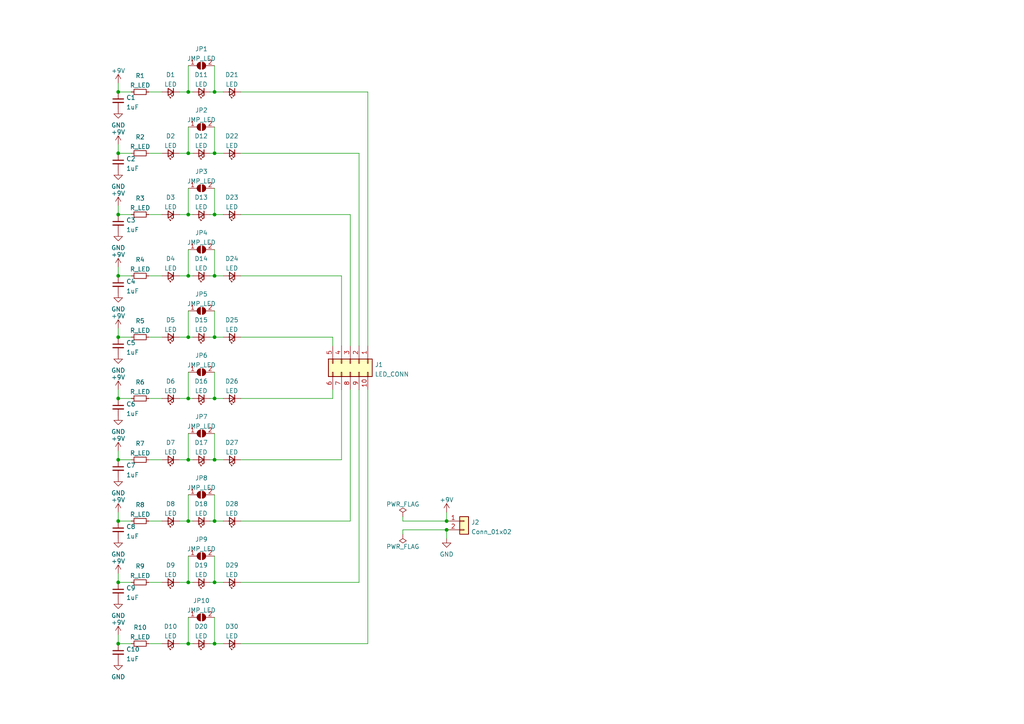
<source format=kicad_sch>
(kicad_sch (version 20211123) (generator eeschema)
  (paper "A4")
  (lib_symbols
    (symbol "Connector_Generic:Conn_01x02" (pin_names (offset 1.016) hide)
      (property "Reference" "J" (at 0 2.54 0))
      (property "Value" "Conn_01x02" (at 0 -5.08 0))
      (symbol "Conn_01x02_1_1"
        (rectangle (start -1.27 -2.413) (end 0 -2.667) (stroke (width 0.1524)))
        (rectangle (start -1.27 0.127) (end 0 -0.127) (stroke (width 0.1524)))
        (rectangle (start -1.27 1.27) (end 1.27 -3.81) (stroke (width 0.254)) (fill (type background)))
        (pin passive line (at -5.08 0 0) (length 3.81) (name "Pin_1") (number "1"))
        (pin passive line (at -5.08 -2.54 0) (length 3.81) (name "Pin_2") (number "2"))
      )
    )
    (symbol "Connector_Generic:Conn_02x05_Counter_Clockwise" (pin_names (offset 1.016) hide)
      (property "Reference" "J" (at 1.27 7.62 0))
      (property "Value" "Conn_02x05_Counter_Clockwise" (at 1.27 -7.62 0))
      (symbol "Conn_02x05_Counter_Clockwise_1_1"
        (rectangle (start -1.27 -4.953) (end 0 -5.207) (stroke (width 0.1524)))
        (rectangle (start -1.27 -2.413) (end 0 -2.667) (stroke (width 0.1524)))
        (rectangle (start -1.27 0.127) (end 0 -0.127) (stroke (width 0.1524)))
        (rectangle (start -1.27 2.667) (end 0 2.413) (stroke (width 0.1524)))
        (rectangle (start -1.27 5.207) (end 0 4.953) (stroke (width 0.1524)))
        (rectangle (start -1.27 6.35) (end 3.81 -6.35) (stroke (width 0.254)) (fill (type background)))
        (rectangle (start 3.81 -4.953) (end 2.54 -5.207) (stroke (width 0.1524)))
        (rectangle (start 3.81 -2.413) (end 2.54 -2.667) (stroke (width 0.1524)))
        (rectangle (start 3.81 0.127) (end 2.54 -0.127) (stroke (width 0.1524)))
        (rectangle (start 3.81 2.667) (end 2.54 2.413) (stroke (width 0.1524)))
        (rectangle (start 3.81 5.207) (end 2.54 4.953) (stroke (width 0.1524)))
        (pin passive line (at -5.08 5.08 0) (length 3.81) (name "Pin_1") (number "1"))
        (pin passive line (at 7.62 5.08 180) (length 3.81) (name "Pin_10") (number "10"))
        (pin passive line (at -5.08 2.54 0) (length 3.81) (name "Pin_2") (number "2"))
        (pin passive line (at -5.08 0 0) (length 3.81) (name "Pin_3") (number "3"))
        (pin passive line (at -5.08 -2.54 0) (length 3.81) (name "Pin_4") (number "4"))
        (pin passive line (at -5.08 -5.08 0) (length 3.81) (name "Pin_5") (number "5"))
        (pin passive line (at 7.62 -5.08 180) (length 3.81) (name "Pin_6") (number "6"))
        (pin passive line (at 7.62 -2.54 180) (length 3.81) (name "Pin_7") (number "7"))
        (pin passive line (at 7.62 0 180) (length 3.81) (name "Pin_8") (number "8"))
        (pin passive line (at 7.62 2.54 180) (length 3.81) (name "Pin_9") (number "9"))
      )
    )
    (symbol "Device:C_Small" (pin_numbers hide) (pin_names (offset 0.254) hide)
      (property "Reference" "C" (at 0.254 1.778 0))
      (property "Value" "C_Small" (at 0.254 -2.032 0))
      (symbol "C_Small_0_1"
        (polyline (pts (xy -1.524 -0.508) (xy 1.524 -0.508)) (stroke (width 0.3302)))
        (polyline (pts (xy -1.524 0.508) (xy 1.524 0.508)) (stroke (width 0.3048)))
      )
      (symbol "C_Small_1_1"
        (pin passive line (at 0 2.54 270) (length 2.032) (name "~") (number "1"))
        (pin passive line (at 0 -2.54 90) (length 2.032) (name "~") (number "2"))
      )
    )
    (symbol "Device:LED_Small" (pin_numbers hide) (pin_names (offset 0.254) hide)
      (property "Reference" "D" (at -1.27 3.175 0))
      (property "Value" "LED_Small" (at -4.445 -2.54 0))
      (symbol "LED_Small_0_1"
        (polyline (pts (xy -0.762 -1.016) (xy -0.762 1.016)) (stroke (width 0.254)))
        (polyline (pts (xy 1.016 0) (xy -0.762 0)))
        (polyline (pts (xy 0.762 -1.016) (xy -0.762 0) (xy 0.762 1.016) (xy 0.762 -1.016)) (stroke (width 0.254)))
        (polyline (pts (xy 0 0.762) (xy -0.508 1.27) (xy -0.254 1.27) (xy -0.508 1.27) (xy -0.508 1.016)))
        (polyline (pts (xy 0.508 1.27) (xy 0 1.778) (xy 0.254 1.778) (xy 0 1.778) (xy 0 1.524)))
      )
      (symbol "LED_Small_1_1"
        (pin passive line (at -2.54 0 0) (length 1.778) (name "K") (number "1"))
        (pin passive line (at 2.54 0 180) (length 1.778) (name "A") (number "2"))
      )
    )
    (symbol "Device:R_Small" (pin_numbers hide) (pin_names (offset 0.254) hide)
      (property "Reference" "R" (at 0.762 0.508 0))
      (property "Value" "R_Small" (at 0.762 -1.016 0))
      (symbol "R_Small_0_1"
        (rectangle (start -0.762 1.778) (end 0.762 -1.778) (stroke (width 0.2032)))
      )
      (symbol "R_Small_1_1"
        (pin passive line (at 0 2.54 270) (length 0.762) (name "~") (number "1"))
        (pin passive line (at 0 -2.54 90) (length 0.762) (name "~") (number "2"))
      )
    )
    (symbol "Jumper:SolderJumper_2_Open" (pin_names (offset 0) hide)
      (property "Reference" "JP" (at 0 2.032 0))
      (property "Value" "SolderJumper_2_Open" (at 0 -2.54 0))
      (symbol "SolderJumper_2_Open_0_1"
        (arc (start -0.254 1.016) (mid -1.27 0) (end -0.254 -1.016))
        (arc (start -0.254 1.016) (mid -1.27 0) (end -0.254 -1.016) (fill (type outline)))
        (polyline (pts (xy -0.254 1.016) (xy -0.254 -1.016)))
        (polyline (pts (xy 0.254 1.016) (xy 0.254 -1.016)))
        (arc (start 0.254 -1.016) (mid 1.27 0) (end 0.254 1.016))
        (arc (start 0.254 -1.016) (mid 1.27 0) (end 0.254 1.016) (fill (type outline)))
      )
      (symbol "SolderJumper_2_Open_1_1"
        (pin passive line (at -3.81 0 0) (length 2.54) (name "A") (number "1"))
        (pin passive line (at 3.81 0 180) (length 2.54) (name "B") (number "2"))
      )
    )
    (symbol "power:+9V" (power) (pin_names (offset 0))
      (property "Value" "+9V" (at 0 3.556 0))
      (symbol "+9V_0_1"
        (polyline (pts (xy -0.762 1.27) (xy 0 2.54)))
        (polyline (pts (xy 0 0) (xy 0 2.54)))
        (polyline (pts (xy 0 2.54) (xy 0.762 1.27)))
      )
      (symbol "+9V_1_1"
        (pin power_in line (at 0 0 90) (length 0) hide (name "+9V") (number "1"))
      )
    )
    (symbol "power:GND" (power) (pin_names (offset 0))
      (property "Value" "GND" (at 0 -3.81 0))
      (symbol "GND_0_1"
        (polyline (pts (xy 0 0) (xy 0 -1.27) (xy 1.27 -1.27) (xy 0 -2.54) (xy -1.27 -1.27) (xy 0 -1.27)))
      )
      (symbol "GND_1_1"
        (pin power_in line (at 0 0 270) (length 0) hide (name "GND") (number "1"))
      )
    )
    (symbol "power:PWR_FLAG" (power) (pin_numbers hide) (pin_names (offset 0) hide)
      (property "Value" "PWR_FLAG" (at 0 3.81 0))
      (symbol "PWR_FLAG_0_0"
        (pin power_out line (at 0 0 90) (length 0) (name "pwr") (number "1"))
      )
      (symbol "PWR_FLAG_0_1"
        (polyline (pts (xy 0 0) (xy 0 1.27) (xy -1.016 1.905) (xy 0 2.54) (xy 1.016 1.905) (xy 0 1.27)))
      )
    )
  )
  (junction (at 62.23 168.91))
  (junction (at 129.54 151.13))
  (junction (at 34.29 151.13))
  (junction (at 54.61 133.35))
  (junction (at 54.61 80.01))
  (junction (at 54.61 97.79))
  (junction (at 62.23 80.01))
  (junction (at 34.29 115.57))
  (junction (at 62.23 97.79))
  (junction (at 54.61 151.13))
  (junction (at 54.61 62.23))
  (junction (at 62.23 133.35))
  (junction (at 62.23 151.13))
  (junction (at 54.61 44.45))
  (junction (at 129.54 153.67))
  (junction (at 34.29 168.91))
  (junction (at 54.61 26.67))
  (junction (at 54.61 168.91))
  (junction (at 34.29 97.79))
  (junction (at 34.29 26.67))
  (junction (at 34.29 62.23))
  (junction (at 62.23 44.45))
  (junction (at 34.29 133.35))
  (junction (at 34.29 44.45))
  (junction (at 34.29 186.69))
  (junction (at 54.61 186.69))
  (junction (at 62.23 186.69))
  (junction (at 54.61 115.57))
  (junction (at 62.23 62.23))
  (junction (at 34.29 80.01))
  (junction (at 62.23 115.57))
  (junction (at 62.23 26.67))
  (wire (pts (xy 60.96 97.79) (xy 62.23 97.79)))
  (wire (pts (xy 62.23 107.95) (xy 62.23 115.57)))
  (wire (pts (xy 54.61 19.05) (xy 54.61 26.67)))
  (wire (pts (xy 106.68 26.67) (xy 69.85 26.67)))
  (wire (pts (xy 43.18 151.13) (xy 46.99 151.13)))
  (wire (pts (xy 62.23 72.39) (xy 62.23 80.01)))
  (wire (pts (xy 43.18 26.67) (xy 46.99 26.67)))
  (wire (pts (xy 101.6 113.03) (xy 101.6 151.13)))
  (wire (pts (xy 129.54 153.67) (xy 129.54 156.21)))
  (wire (pts (xy 60.96 186.69) (xy 62.23 186.69)))
  (wire (pts (xy 106.68 186.69) (xy 69.85 186.69)))
  (wire (pts (xy 54.61 179.07) (xy 54.61 186.69)))
  (wire (pts (xy 62.23 179.07) (xy 62.23 186.69)))
  (wire (pts (xy 62.23 54.61) (xy 62.23 62.23)))
  (wire (pts (xy 60.96 151.13) (xy 62.23 151.13)))
  (wire (pts (xy 54.61 161.29) (xy 54.61 168.91)))
  (wire (pts (xy 116.84 153.67) (xy 129.54 153.67)))
  (wire (pts (xy 34.29 59.69) (xy 34.29 62.23)))
  (wire (pts (xy 62.23 44.45) (xy 64.77 44.45)))
  (wire (pts (xy 34.29 113.03) (xy 34.29 115.57)))
  (wire (pts (xy 34.29 80.01) (xy 38.1 80.01)))
  (wire (pts (xy 34.29 26.67) (xy 38.1 26.67)))
  (wire (pts (xy 99.06 133.35) (xy 69.85 133.35)))
  (wire (pts (xy 60.96 26.67) (xy 62.23 26.67)))
  (wire (pts (xy 43.18 168.91) (xy 46.99 168.91)))
  (wire (pts (xy 116.84 151.13) (xy 116.84 149.86)))
  (wire (pts (xy 52.07 168.91) (xy 54.61 168.91)))
  (wire (pts (xy 104.14 44.45) (xy 104.14 100.33)))
  (wire (pts (xy 34.29 62.23) (xy 38.1 62.23)))
  (wire (pts (xy 34.29 77.47) (xy 34.29 80.01)))
  (wire (pts (xy 60.96 133.35) (xy 62.23 133.35)))
  (wire (pts (xy 54.61 90.17) (xy 54.61 97.79)))
  (wire (pts (xy 99.06 80.01) (xy 69.85 80.01)))
  (wire (pts (xy 52.07 44.45) (xy 54.61 44.45)))
  (wire (pts (xy 62.23 143.51) (xy 62.23 151.13)))
  (wire (pts (xy 54.61 133.35) (xy 55.88 133.35)))
  (wire (pts (xy 69.85 44.45) (xy 104.14 44.45)))
  (wire (pts (xy 54.61 168.91) (xy 55.88 168.91)))
  (wire (pts (xy 62.23 26.67) (xy 64.77 26.67)))
  (wire (pts (xy 129.54 148.59) (xy 129.54 151.13)))
  (wire (pts (xy 106.68 100.33) (xy 106.68 26.67)))
  (wire (pts (xy 52.07 80.01) (xy 54.61 80.01)))
  (wire (pts (xy 62.23 133.35) (xy 64.77 133.35)))
  (wire (pts (xy 34.29 151.13) (xy 38.1 151.13)))
  (wire (pts (xy 34.29 97.79) (xy 38.1 97.79)))
  (wire (pts (xy 69.85 115.57) (xy 96.52 115.57)))
  (wire (pts (xy 43.18 186.69) (xy 46.99 186.69)))
  (wire (pts (xy 62.23 97.79) (xy 64.77 97.79)))
  (wire (pts (xy 34.29 24.13) (xy 34.29 26.67)))
  (wire (pts (xy 99.06 113.03) (xy 99.06 133.35)))
  (wire (pts (xy 34.29 44.45) (xy 38.1 44.45)))
  (wire (pts (xy 101.6 100.33) (xy 101.6 62.23)))
  (wire (pts (xy 34.29 133.35) (xy 38.1 133.35)))
  (wire (pts (xy 62.23 125.73) (xy 62.23 133.35)))
  (wire (pts (xy 43.18 133.35) (xy 46.99 133.35)))
  (wire (pts (xy 62.23 19.05) (xy 62.23 26.67)))
  (wire (pts (xy 54.61 44.45) (xy 55.88 44.45)))
  (wire (pts (xy 96.52 113.03) (xy 96.52 115.57)))
  (wire (pts (xy 52.07 133.35) (xy 54.61 133.35)))
  (wire (pts (xy 54.61 54.61) (xy 54.61 62.23)))
  (wire (pts (xy 62.23 168.91) (xy 64.77 168.91)))
  (wire (pts (xy 43.18 62.23) (xy 46.99 62.23)))
  (wire (pts (xy 60.96 80.01) (xy 62.23 80.01)))
  (wire (pts (xy 62.23 80.01) (xy 64.77 80.01)))
  (wire (pts (xy 116.84 153.67) (xy 116.84 154.94)))
  (wire (pts (xy 101.6 62.23) (xy 69.85 62.23)))
  (wire (pts (xy 129.54 151.13) (xy 116.84 151.13)))
  (wire (pts (xy 34.29 168.91) (xy 38.1 168.91)))
  (wire (pts (xy 54.61 36.83) (xy 54.61 44.45)))
  (wire (pts (xy 54.61 62.23) (xy 55.88 62.23)))
  (wire (pts (xy 99.06 100.33) (xy 99.06 80.01)))
  (wire (pts (xy 54.61 143.51) (xy 54.61 151.13)))
  (wire (pts (xy 60.96 44.45) (xy 62.23 44.45)))
  (wire (pts (xy 54.61 151.13) (xy 55.88 151.13)))
  (wire (pts (xy 43.18 44.45) (xy 46.99 44.45)))
  (wire (pts (xy 106.68 113.03) (xy 106.68 186.69)))
  (wire (pts (xy 34.29 130.81) (xy 34.29 133.35)))
  (wire (pts (xy 52.07 26.67) (xy 54.61 26.67)))
  (wire (pts (xy 54.61 107.95) (xy 54.61 115.57)))
  (wire (pts (xy 62.23 151.13) (xy 64.77 151.13)))
  (wire (pts (xy 104.14 113.03) (xy 104.14 168.91)))
  (wire (pts (xy 62.23 115.57) (xy 64.77 115.57)))
  (wire (pts (xy 60.96 115.57) (xy 62.23 115.57)))
  (wire (pts (xy 34.29 95.25) (xy 34.29 97.79)))
  (wire (pts (xy 62.23 90.17) (xy 62.23 97.79)))
  (wire (pts (xy 52.07 115.57) (xy 54.61 115.57)))
  (wire (pts (xy 54.61 115.57) (xy 55.88 115.57)))
  (wire (pts (xy 52.07 97.79) (xy 54.61 97.79)))
  (wire (pts (xy 62.23 161.29) (xy 62.23 168.91)))
  (wire (pts (xy 54.61 125.73) (xy 54.61 133.35)))
  (wire (pts (xy 101.6 151.13) (xy 69.85 151.13)))
  (wire (pts (xy 104.14 168.91) (xy 69.85 168.91)))
  (wire (pts (xy 62.23 62.23) (xy 64.77 62.23)))
  (wire (pts (xy 54.61 97.79) (xy 55.88 97.79)))
  (wire (pts (xy 52.07 62.23) (xy 54.61 62.23)))
  (wire (pts (xy 69.85 97.79) (xy 96.52 97.79)))
  (wire (pts (xy 54.61 26.67) (xy 55.88 26.67)))
  (wire (pts (xy 52.07 186.69) (xy 54.61 186.69)))
  (wire (pts (xy 54.61 186.69) (xy 55.88 186.69)))
  (wire (pts (xy 52.07 151.13) (xy 54.61 151.13)))
  (wire (pts (xy 60.96 62.23) (xy 62.23 62.23)))
  (wire (pts (xy 43.18 80.01) (xy 46.99 80.01)))
  (wire (pts (xy 34.29 186.69) (xy 38.1 186.69)))
  (wire (pts (xy 43.18 115.57) (xy 46.99 115.57)))
  (wire (pts (xy 34.29 166.37) (xy 34.29 168.91)))
  (wire (pts (xy 60.96 168.91) (xy 62.23 168.91)))
  (wire (pts (xy 34.29 41.91) (xy 34.29 44.45)))
  (wire (pts (xy 62.23 36.83) (xy 62.23 44.45)))
  (wire (pts (xy 34.29 148.59) (xy 34.29 151.13)))
  (wire (pts (xy 54.61 72.39) (xy 54.61 80.01)))
  (wire (pts (xy 54.61 80.01) (xy 55.88 80.01)))
  (wire (pts (xy 34.29 115.57) (xy 38.1 115.57)))
  (wire (pts (xy 34.29 184.15) (xy 34.29 186.69)))
  (wire (pts (xy 43.18 97.79) (xy 46.99 97.79)))
  (wire (pts (xy 96.52 97.79) (xy 96.52 100.33)))
  (wire (pts (xy 62.23 186.69) (xy 64.77 186.69)))
  (symbol (lib_id "Device:R_Small") (at 40.64 44.45 90) (unit 1)
    (property "Reference" "R2" (at 40.64 39.7469 90))
    (property "Value" "R_LED" (at 40.64 42.522 90))
    (property "Footprint" "Resistor_SMD:R_0805_2012Metric_Pad1.20x1.40mm_HandSolder" (effects hide))
  )
  (symbol (lib_id "Device:LED_Small") (at 49.53 115.57 180) (unit 1)
    (property "Reference" "D6" (at 49.4665 110.5875 0))
    (property "Value" "LED" (at 49.4665 113.3626 0))
    (property "Footprint" "custom_fp:LED_5mm_DUAL" (effects hide))
  )
  (symbol (lib_id "power:GND") (at 34.29 49.53 0) (unit 1)
    (property "Reference" "#PWR04" (effects hide))
    (property "Value" "GND" (at 34.29 54.0925 0))
  )
  (symbol (lib_id "power:+9V") (at 34.29 95.25 0) (unit 1)
    (property "Reference" "#PWR09" (effects hide))
    (property "Value" "+9V" (at 34.29 91.6455 0))
  )
  (symbol (lib_id "power:GND") (at 129.54 156.21 0) (unit 1)
    (property "Reference" "#PWR?" (effects hide))
    (property "Value" "GND" (at 129.54 160.7725 0))
  )
  (symbol (lib_id "Device:LED_Small") (at 67.31 44.45 180) (unit 1)
    (property "Reference" "D22" (at 67.2465 39.4675 0))
    (property "Value" "LED" (at 67.2465 42.2426 0))
    (property "Footprint" "custom_fp:LED_5mm_DUAL" (effects hide))
  )
  (symbol (lib_id "Device:LED_Small") (at 49.53 80.01 180) (unit 1)
    (property "Reference" "D4" (at 49.4665 75.0275 0))
    (property "Value" "LED" (at 49.4665 77.8026 0))
    (property "Footprint" "custom_fp:LED_5mm_DUAL" (effects hide))
  )
  (symbol (lib_id "power:GND") (at 34.29 156.21 0) (unit 1)
    (property "Reference" "#PWR016" (effects hide))
    (property "Value" "GND" (at 34.29 160.7725 0))
  )
  (symbol (lib_id "power:PWR_FLAG") (at 116.84 149.86 0) (unit 1)
    (property "Reference" "#FLG01" (effects hide))
    (property "Value" "PWR_FLAG" (at 116.84 146.2555 0))
  )
  (symbol (lib_id "power:+9V") (at 34.29 24.13 0) (unit 1)
    (property "Reference" "#PWR01" (effects hide))
    (property "Value" "+9V" (at 34.29 20.5255 0))
  )
  (symbol (lib_id "Device:R_Small") (at 40.64 186.69 90) (unit 1)
    (property "Reference" "R10" (at 40.64 181.9869 90))
    (property "Value" "R_LED" (at 40.64 184.762 90))
    (property "Footprint" "Resistor_SMD:R_0805_2012Metric_Pad1.20x1.40mm_HandSolder" (effects hide))
  )
  (symbol (lib_id "Device:LED_Small") (at 58.42 151.13 180) (unit 1)
    (property "Reference" "D18" (at 58.3565 146.1475 0))
    (property "Value" "LED" (at 58.3565 148.9226 0))
    (property "Footprint" "custom_fp:LED_5mm_DUAL" (effects hide))
  )
  (symbol (lib_id "Jumper:SolderJumper_2_Open") (at 58.42 143.51 0) (unit 1)
    (property "Reference" "JP8" (at 58.42 138.6545 0))
    (property "Value" "JMP_LED" (at 58.42 141.4296 0))
    (property "Footprint" "Jumper:SolderJumper-2_P1.3mm_Open_TrianglePad1.0x1.5mm" (effects hide))
  )
  (symbol (lib_id "Device:C_Small") (at 34.29 64.77 0) (unit 1)
    (property "Reference" "C3" (at 36.6141 63.8678 0) (effects (justify left)))
    (property "Value" "1uF" (at 36.6141 66.6429 0) (effects (justify left)))
    (property "Footprint" "Capacitor_SMD:C_0805_2012Metric_Pad1.18x1.45mm_HandSolder" (effects hide))
  )
  (symbol (lib_id "Device:LED_Small") (at 49.53 44.45 180) (unit 1)
    (property "Reference" "D2" (at 49.4665 39.4675 0))
    (property "Value" "LED" (at 49.4665 42.2426 0))
    (property "Footprint" "custom_fp:LED_5mm_DUAL" (effects hide))
  )
  (symbol (lib_id "Device:C_Small") (at 34.29 153.67 0) (unit 1)
    (property "Reference" "C8" (at 36.6141 152.7678 0) (effects (justify left)))
    (property "Value" "1uF" (at 36.6141 155.5429 0) (effects (justify left)))
    (property "Footprint" "Capacitor_SMD:C_0805_2012Metric_Pad1.18x1.45mm_HandSolder" (effects hide))
  )
  (symbol (lib_id "Device:LED_Small") (at 58.42 26.67 180) (unit 1)
    (property "Reference" "D11" (at 58.3565 21.6875 0))
    (property "Value" "LED" (at 58.3565 24.4626 0))
    (property "Footprint" "custom_fp:LED_5mm_DUAL" (effects hide))
  )
  (symbol (lib_id "Device:C_Small") (at 34.29 29.21 0) (unit 1)
    (property "Reference" "C1" (at 36.6141 28.3078 0) (effects (justify left)))
    (property "Value" "1uF" (at 36.6141 31.0829 0) (effects (justify left)))
    (property "Footprint" "Capacitor_SMD:C_0805_2012Metric_Pad1.18x1.45mm_HandSolder" (effects hide))
  )
  (symbol (lib_id "Jumper:SolderJumper_2_Open") (at 58.42 19.05 0) (unit 1)
    (property "Reference" "JP1" (at 58.42 14.1945 0))
    (property "Value" "JMP_LED" (at 58.42 16.9696 0))
    (property "Footprint" "Jumper:SolderJumper-2_P1.3mm_Open_TrianglePad1.0x1.5mm" (effects hide))
  )
  (symbol (lib_id "power:+9V") (at 34.29 130.81 0) (unit 1)
    (property "Reference" "#PWR013" (effects hide))
    (property "Value" "+9V" (at 34.29 127.2055 0))
  )
  (symbol (lib_id "Device:C_Small") (at 34.29 118.11 0) (unit 1)
    (property "Reference" "C6" (at 36.6141 117.2078 0) (effects (justify left)))
    (property "Value" "1uF" (at 36.6141 119.9829 0) (effects (justify left)))
    (property "Footprint" "Capacitor_SMD:C_0805_2012Metric_Pad1.18x1.45mm_HandSolder" (effects hide))
  )
  (symbol (lib_id "Device:R_Small") (at 40.64 80.01 90) (unit 1)
    (property "Reference" "R4" (at 40.64 75.3069 90))
    (property "Value" "R_LED" (at 40.64 78.082 90))
    (property "Footprint" "Resistor_SMD:R_0805_2012Metric_Pad1.20x1.40mm_HandSolder" (effects hide))
  )
  (symbol (lib_id "Device:C_Small") (at 34.29 100.33 0) (unit 1)
    (property "Reference" "C5" (at 36.6141 99.4278 0) (effects (justify left)))
    (property "Value" "1uF" (at 36.6141 102.2029 0) (effects (justify left)))
    (property "Footprint" "Capacitor_SMD:C_0805_2012Metric_Pad1.18x1.45mm_HandSolder" (effects hide))
  )
  (symbol (lib_id "Device:LED_Small") (at 49.53 97.79 180) (unit 1)
    (property "Reference" "D5" (at 49.4665 92.8075 0))
    (property "Value" "LED" (at 49.4665 95.5826 0))
    (property "Footprint" "custom_fp:LED_5mm_DUAL" (effects hide))
  )
  (symbol (lib_id "Device:LED_Small") (at 49.53 133.35 180) (unit 1)
    (property "Reference" "D7" (at 49.4665 128.3675 0))
    (property "Value" "LED" (at 49.4665 131.1426 0))
    (property "Footprint" "custom_fp:LED_5mm_DUAL" (effects hide))
  )
  (symbol (lib_id "Device:LED_Small") (at 67.31 151.13 180) (unit 1)
    (property "Reference" "D28" (at 67.2465 146.1475 0))
    (property "Value" "LED" (at 67.2465 148.9226 0))
    (property "Footprint" "custom_fp:LED_5mm_DUAL" (effects hide))
  )
  (symbol (lib_id "Device:LED_Small") (at 67.31 168.91 180) (unit 1)
    (property "Reference" "D29" (at 67.2465 163.9275 0))
    (property "Value" "LED" (at 67.2465 166.7026 0))
    (property "Footprint" "custom_fp:LED_5mm_DUAL" (effects hide))
  )
  (symbol (lib_id "Jumper:SolderJumper_2_Open") (at 58.42 125.73 0) (unit 1)
    (property "Reference" "JP7" (at 58.42 120.8745 0))
    (property "Value" "JMP_LED" (at 58.42 123.6496 0))
    (property "Footprint" "Jumper:SolderJumper-2_P1.3mm_Open_TrianglePad1.0x1.5mm" (effects hide))
  )
  (symbol (lib_id "power:PWR_FLAG") (at 116.84 154.94 180) (unit 1)
    (property "Reference" "#FLG?" (effects hide))
    (property "Value" "PWR_FLAG" (at 116.84 158.5445 0))
  )
  (symbol (lib_id "power:GND") (at 34.29 173.99 0) (unit 1)
    (property "Reference" "#PWR018" (effects hide))
    (property "Value" "GND" (at 34.29 178.5525 0))
  )
  (symbol (lib_id "power:+9V") (at 34.29 41.91 0) (unit 1)
    (property "Reference" "#PWR03" (effects hide))
    (property "Value" "+9V" (at 34.29 38.3055 0))
  )
  (symbol (lib_id "Jumper:SolderJumper_2_Open") (at 58.42 36.83 0) (unit 1)
    (property "Reference" "JP2" (at 58.42 31.9745 0))
    (property "Value" "JMP_LED" (at 58.42 34.7496 0))
    (property "Footprint" "Jumper:SolderJumper-2_P1.3mm_Open_TrianglePad1.0x1.5mm" (effects hide))
  )
  (symbol (lib_id "Device:LED_Small") (at 49.53 186.69 180) (unit 1)
    (property "Reference" "D10" (at 49.4665 181.7075 0))
    (property "Value" "LED" (at 49.4665 184.4826 0))
    (property "Footprint" "custom_fp:LED_5mm_DUAL" (effects hide))
  )
  (symbol (lib_id "power:GND") (at 34.29 102.87 0) (unit 1)
    (property "Reference" "#PWR010" (effects hide))
    (property "Value" "GND" (at 34.29 107.4325 0))
  )
  (symbol (lib_id "Device:LED_Small") (at 49.53 168.91 180) (unit 1)
    (property "Reference" "D9" (at 49.4665 163.9275 0))
    (property "Value" "LED" (at 49.4665 166.7026 0))
    (property "Footprint" "custom_fp:LED_5mm_DUAL" (effects hide))
  )
  (symbol (lib_id "Device:LED_Small") (at 58.42 80.01 180) (unit 1)
    (property "Reference" "D14" (at 58.3565 75.0275 0))
    (property "Value" "LED" (at 58.3565 77.8026 0))
    (property "Footprint" "custom_fp:LED_5mm_DUAL" (effects hide))
  )
  (symbol (lib_id "Jumper:SolderJumper_2_Open") (at 58.42 72.39 0) (unit 1)
    (property "Reference" "JP4" (at 58.42 67.5345 0))
    (property "Value" "JMP_LED" (at 58.42 70.3096 0))
    (property "Footprint" "Jumper:SolderJumper-2_P1.3mm_Open_TrianglePad1.0x1.5mm" (effects hide))
  )
  (symbol (lib_id "Device:LED_Small") (at 49.53 151.13 180) (unit 1)
    (property "Reference" "D8" (at 49.4665 146.1475 0))
    (property "Value" "LED" (at 49.4665 148.9226 0))
    (property "Footprint" "custom_fp:LED_5mm_DUAL" (effects hide))
  )
  (symbol (lib_id "power:+9V") (at 34.29 113.03 0) (unit 1)
    (property "Reference" "#PWR011" (effects hide))
    (property "Value" "+9V" (at 34.29 109.4255 0))
  )
  (symbol (lib_id "Device:LED_Small") (at 58.42 133.35 180) (unit 1)
    (property "Reference" "D17" (at 58.3565 128.3675 0))
    (property "Value" "LED" (at 58.3565 131.1426 0))
    (property "Footprint" "custom_fp:LED_5mm_DUAL" (effects hide))
  )
  (symbol (lib_id "Connector_Generic:Conn_01x02") (at 134.62 151.13 0) (unit 1)
    (property "Reference" "J2" (at 136.652 151.4915 0) (effects (justify left)))
    (property "Value" "Conn_01x02" (at 136.652 154.2666 0) (effects (justify left)))
    (property "Footprint" "Connector_JST:JST_EH_B2B-EH-A_1x02_P2.50mm_Vertical" (effects hide))
  )
  (symbol (lib_id "Device:R_Small") (at 40.64 26.67 90) (unit 1)
    (property "Reference" "R1" (at 40.64 21.9669 90))
    (property "Value" "R_LED" (at 40.64 24.742 90))
    (property "Footprint" "Resistor_SMD:R_0805_2012Metric_Pad1.20x1.40mm_HandSolder" (effects hide))
  )
  (symbol (lib_id "Device:R_Small") (at 40.64 97.79 90) (unit 1)
    (property "Reference" "R5" (at 40.64 93.0869 90))
    (property "Value" "R_LED" (at 40.64 95.862 90))
    (property "Footprint" "Resistor_SMD:R_0805_2012Metric_Pad1.20x1.40mm_HandSolder" (effects hide))
  )
  (symbol (lib_id "power:+9V") (at 34.29 148.59 0) (unit 1)
    (property "Reference" "#PWR015" (effects hide))
    (property "Value" "+9V" (at 34.29 144.9855 0))
  )
  (symbol (lib_id "Device:LED_Small") (at 58.42 62.23 180) (unit 1)
    (property "Reference" "D13" (at 58.3565 57.2475 0))
    (property "Value" "LED" (at 58.3565 60.0226 0))
    (property "Footprint" "custom_fp:LED_5mm_DUAL" (effects hide))
  )
  (symbol (lib_id "Device:C_Small") (at 34.29 171.45 0) (unit 1)
    (property "Reference" "C9" (at 36.6141 170.5478 0) (effects (justify left)))
    (property "Value" "1uF" (at 36.6141 173.3229 0) (effects (justify left)))
    (property "Footprint" "Capacitor_SMD:C_0805_2012Metric_Pad1.18x1.45mm_HandSolder" (effects hide))
  )
  (symbol (lib_id "power:GND") (at 34.29 120.65 0) (unit 1)
    (property "Reference" "#PWR012" (effects hide))
    (property "Value" "GND" (at 34.29 125.2125 0))
  )
  (symbol (lib_id "power:+9V") (at 34.29 184.15 0) (unit 1)
    (property "Reference" "#PWR019" (effects hide))
    (property "Value" "+9V" (at 34.29 180.5455 0))
  )
  (symbol (lib_id "Device:R_Small") (at 40.64 133.35 90) (unit 1)
    (property "Reference" "R7" (at 40.64 128.6469 90))
    (property "Value" "R_LED" (at 40.64 131.422 90))
    (property "Footprint" "Resistor_SMD:R_0805_2012Metric_Pad1.20x1.40mm_HandSolder" (effects hide))
  )
  (symbol (lib_id "Device:LED_Small") (at 67.31 186.69 180) (unit 1)
    (property "Reference" "D30" (at 67.2465 181.7075 0))
    (property "Value" "LED" (at 67.2465 184.4826 0))
    (property "Footprint" "custom_fp:LED_5mm_DUAL" (effects hide))
  )
  (symbol (lib_id "power:GND") (at 34.29 67.31 0) (unit 1)
    (property "Reference" "#PWR06" (effects hide))
    (property "Value" "GND" (at 34.29 71.8725 0))
  )
  (symbol (lib_id "Jumper:SolderJumper_2_Open") (at 58.42 107.95 0) (unit 1)
    (property "Reference" "JP6" (at 58.42 103.0945 0))
    (property "Value" "JMP_LED" (at 58.42 105.8696 0))
    (property "Footprint" "Jumper:SolderJumper-2_P1.3mm_Open_TrianglePad1.0x1.5mm" (effects hide))
  )
  (symbol (lib_id "Device:LED_Small") (at 58.42 168.91 180) (unit 1)
    (property "Reference" "D19" (at 58.3565 163.9275 0))
    (property "Value" "LED" (at 58.3565 166.7026 0))
    (property "Footprint" "custom_fp:LED_5mm_DUAL" (effects hide))
  )
  (symbol (lib_id "Device:C_Small") (at 34.29 135.89 0) (unit 1)
    (property "Reference" "C7" (at 36.6141 134.9878 0) (effects (justify left)))
    (property "Value" "1uF" (at 36.6141 137.7629 0) (effects (justify left)))
    (property "Footprint" "Capacitor_SMD:C_0805_2012Metric_Pad1.18x1.45mm_HandSolder" (effects hide))
  )
  (symbol (lib_id "power:+9V") (at 34.29 59.69 0) (unit 1)
    (property "Reference" "#PWR05" (effects hide))
    (property "Value" "+9V" (at 34.29 56.0855 0))
  )
  (symbol (lib_id "Device:C_Small") (at 34.29 46.99 0) (unit 1)
    (property "Reference" "C2" (at 36.6141 46.0878 0) (effects (justify left)))
    (property "Value" "1uF" (at 36.6141 48.8629 0) (effects (justify left)))
    (property "Footprint" "Capacitor_SMD:C_0805_2012Metric_Pad1.18x1.45mm_HandSolder" (effects hide))
  )
  (symbol (lib_id "Device:R_Small") (at 40.64 62.23 90) (unit 1)
    (property "Reference" "R3" (at 40.64 57.5269 90))
    (property "Value" "R_LED" (at 40.64 60.302 90))
    (property "Footprint" "Resistor_SMD:R_0805_2012Metric_Pad1.20x1.40mm_HandSolder" (effects hide))
  )
  (symbol (lib_id "Jumper:SolderJumper_2_Open") (at 58.42 54.61 0) (unit 1)
    (property "Reference" "JP3" (at 58.42 49.7545 0))
    (property "Value" "JMP_LED" (at 58.42 52.5296 0))
    (property "Footprint" "Jumper:SolderJumper-2_P1.3mm_Open_TrianglePad1.0x1.5mm" (effects hide))
  )
  (symbol (lib_id "Device:LED_Small") (at 67.31 80.01 180) (unit 1)
    (property "Reference" "D24" (at 67.2465 75.0275 0))
    (property "Value" "LED" (at 67.2465 77.8026 0))
    (property "Footprint" "custom_fp:LED_5mm_DUAL" (effects hide))
  )
  (symbol (lib_id "power:GND") (at 34.29 85.09 0) (unit 1)
    (property "Reference" "#PWR08" (effects hide))
    (property "Value" "GND" (at 34.29 89.6525 0))
  )
  (symbol (lib_id "power:GND") (at 34.29 138.43 0) (unit 1)
    (property "Reference" "#PWR014" (effects hide))
    (property "Value" "GND" (at 34.29 142.9925 0))
  )
  (symbol (lib_id "power:+9V") (at 34.29 77.47 0) (unit 1)
    (property "Reference" "#PWR07" (effects hide))
    (property "Value" "+9V" (at 34.29 73.8655 0))
  )
  (symbol (lib_id "Device:R_Small") (at 40.64 168.91 90) (unit 1)
    (property "Reference" "R9" (at 40.64 164.2069 90))
    (property "Value" "R_LED" (at 40.64 166.982 90))
    (property "Footprint" "Resistor_SMD:R_0805_2012Metric_Pad1.20x1.40mm_HandSolder" (effects hide))
  )
  (symbol (lib_id "Jumper:SolderJumper_2_Open") (at 58.42 179.07 0) (unit 1)
    (property "Reference" "JP10" (at 58.42 174.2145 0))
    (property "Value" "JMP_LED" (at 58.42 176.9896 0))
    (property "Footprint" "Jumper:SolderJumper-2_P1.3mm_Open_TrianglePad1.0x1.5mm" (effects hide))
  )
  (symbol (lib_id "Device:LED_Small") (at 49.53 62.23 180) (unit 1)
    (property "Reference" "D3" (at 49.4665 57.2475 0))
    (property "Value" "LED" (at 49.4665 60.0226 0))
    (property "Footprint" "custom_fp:LED_5mm_DUAL" (effects hide))
  )
  (symbol (lib_id "Device:LED_Small") (at 49.53 26.67 180) (unit 1)
    (property "Reference" "D1" (at 49.4665 21.6875 0))
    (property "Value" "LED" (at 49.4665 24.4626 0))
    (property "Footprint" "custom_fp:LED_5mm_DUAL" (effects hide))
  )
  (symbol (lib_id "power:+9V") (at 34.29 166.37 0) (unit 1)
    (property "Reference" "#PWR017" (effects hide))
    (property "Value" "+9V" (at 34.29 162.7655 0))
  )
  (symbol (lib_id "Device:LED_Small") (at 67.31 115.57 180) (unit 1)
    (property "Reference" "D26" (at 67.2465 110.5875 0))
    (property "Value" "LED" (at 67.2465 113.3626 0))
    (property "Footprint" "custom_fp:LED_5mm_DUAL" (effects hide))
  )
  (symbol (lib_id "Device:LED_Small") (at 58.42 97.79 180) (unit 1)
    (property "Reference" "D15" (at 58.3565 92.8075 0))
    (property "Value" "LED" (at 58.3565 95.5826 0))
    (property "Footprint" "custom_fp:LED_5mm_DUAL" (effects hide))
  )
  (symbol (lib_id "Device:R_Small") (at 40.64 151.13 90) (unit 1)
    (property "Reference" "R8" (at 40.64 146.4269 90))
    (property "Value" "R_LED" (at 40.64 149.202 90))
    (property "Footprint" "Resistor_SMD:R_0805_2012Metric_Pad1.20x1.40mm_HandSolder" (effects hide))
  )
  (symbol (lib_id "Device:LED_Small") (at 58.42 186.69 180) (unit 1)
    (property "Reference" "D20" (at 58.3565 181.7075 0))
    (property "Value" "LED" (at 58.3565 184.4826 0))
    (property "Footprint" "custom_fp:LED_5mm_DUAL" (effects hide))
  )
  (symbol (lib_id "power:GND") (at 34.29 191.77 0) (unit 1)
    (property "Reference" "#PWR020" (effects hide))
    (property "Value" "GND" (at 34.29 196.3325 0))
  )
  (symbol (lib_id "power:GND") (at 34.29 31.75 0) (unit 1)
    (property "Reference" "#PWR02" (effects hide))
    (property "Value" "GND" (at 34.29 36.3125 0))
  )
  (symbol (lib_id "Device:LED_Small") (at 58.42 115.57 180) (unit 1)
    (property "Reference" "D16" (at 58.3565 110.5875 0))
    (property "Value" "LED" (at 58.3565 113.3626 0))
    (property "Footprint" "custom_fp:LED_5mm_DUAL" (effects hide))
  )
  (symbol (lib_id "power:+9V") (at 129.54 148.59 0) (unit 1)
    (property "Reference" "#PWR021" (effects hide))
    (property "Value" "+9V" (at 129.54 144.9855 0))
  )
  (symbol (lib_id "Device:C_Small") (at 34.29 82.55 0) (unit 1)
    (property "Reference" "C4" (at 36.6141 81.6478 0) (effects (justify left)))
    (property "Value" "1uF" (at 36.6141 84.4229 0) (effects (justify left)))
    (property "Footprint" "Capacitor_SMD:C_0805_2012Metric_Pad1.18x1.45mm_HandSolder" (effects hide))
  )
  (symbol (lib_id "Device:R_Small") (at 40.64 115.57 90) (unit 1)
    (property "Reference" "R6" (at 40.64 110.8669 90))
    (property "Value" "R_LED" (at 40.64 113.642 90))
    (property "Footprint" "Resistor_SMD:R_0805_2012Metric_Pad1.20x1.40mm_HandSolder" (effects hide))
  )
  (symbol (lib_id "Connector_Generic:Conn_02x05_Counter_Clockwise") (at 101.6 105.41 270) (unit 1)
    (property "Reference" "J1" (at 108.712 105.7715 90) (effects (justify left)))
    (property "Value" "LED_CONN" (at 108.712 108.5466 90) (effects (justify left)))
    (property "Footprint" "Connector_IDC:IDC-Header_2x05_P2.54mm_Vertical" (effects hide))
  )
  (symbol (lib_id "Device:LED_Small") (at 67.31 133.35 180) (unit 1)
    (property "Reference" "D27" (at 67.2465 128.3675 0))
    (property "Value" "LED" (at 67.2465 131.1426 0))
    (property "Footprint" "custom_fp:LED_5mm_DUAL" (effects hide))
  )
  (symbol (lib_id "Device:LED_Small") (at 67.31 97.79 180) (unit 1)
    (property "Reference" "D25" (at 67.2465 92.8075 0))
    (property "Value" "LED" (at 67.2465 95.5826 0))
    (property "Footprint" "custom_fp:LED_5mm_DUAL" (effects hide))
  )
  (symbol (lib_id "Device:C_Small") (at 34.29 189.23 0) (unit 1)
    (property "Reference" "C10" (at 36.6141 188.3278 0) (effects (justify left)))
    (property "Value" "1uF" (at 36.6141 191.1029 0) (effects (justify left)))
    (property "Footprint" "Capacitor_SMD:C_0805_2012Metric_Pad1.18x1.45mm_HandSolder" (effects hide))
  )
  (symbol (lib_id "Jumper:SolderJumper_2_Open") (at 58.42 90.17 0) (unit 1)
    (property "Reference" "JP5" (at 58.42 85.3145 0))
    (property "Value" "JMP_LED" (at 58.42 88.0896 0))
    (property "Footprint" "Jumper:SolderJumper-2_P1.3mm_Open_TrianglePad1.0x1.5mm" (effects hide))
  )
  (symbol (lib_id "Device:LED_Small") (at 58.42 44.45 180) (unit 1)
    (property "Reference" "D12" (at 58.3565 39.4675 0))
    (property "Value" "LED" (at 58.3565 42.2426 0))
    (property "Footprint" "custom_fp:LED_5mm_DUAL" (effects hide))
  )
  (symbol (lib_id "Jumper:SolderJumper_2_Open") (at 58.42 161.29 0) (unit 1)
    (property "Reference" "JP9" (at 58.42 156.4345 0))
    (property "Value" "JMP_LED" (at 58.42 159.2096 0))
    (property "Footprint" "Jumper:SolderJumper-2_P1.3mm_Open_TrianglePad1.0x1.5mm" (effects hide))
  )
  (symbol (lib_id "Device:LED_Small") (at 67.31 26.67 180) (unit 1)
    (property "Reference" "D21" (at 67.2465 21.6875 0))
    (property "Value" "LED" (at 67.2465 24.4626 0))
    (property "Footprint" "custom_fp:LED_5mm_DUAL" (effects hide))
  )
  (symbol (lib_id "Device:LED_Small") (at 67.31 62.23 180) (unit 1)
    (property "Reference" "D23" (at 67.2465 57.2475 0))
    (property "Value" "LED" (at 67.2465 60.0226 0))
    (property "Footprint" "custom_fp:LED_5mm_DUAL" (effects hide))
  )
)
</source>
